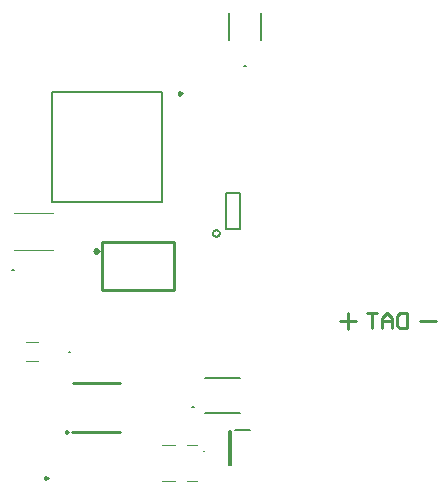
<source format=gbo>
G04*
G04 #@! TF.GenerationSoftware,Altium Limited,Altium Designer,20.0.13 (296)*
G04*
G04 Layer_Color=32896*
%FSLAX25Y25*%
%MOIN*%
G70*
G01*
G75*
%ADD48C,0.01000*%
%ADD94C,0.00500*%
%ADD95C,0.00787*%
%ADD96C,0.00394*%
%ADD153C,0.00984*%
D48*
X544052Y431761D02*
X543403Y432136D01*
Y431387D01*
X544052Y431761D01*
X554207Y492063D02*
X553500Y492770D01*
X552793Y492063D01*
X553500Y491356D01*
X554207Y492063D01*
X545564Y448224D02*
X561312D01*
X545500Y431824D02*
X561248D01*
X555500Y479063D02*
X579500D01*
Y495063D01*
X555500D02*
X579500D01*
X555500Y479063D02*
Y495063D01*
X666665Y468883D02*
X661334D01*
X640165D02*
X634834D01*
X637499Y471549D02*
Y466217D01*
X657165Y471383D02*
Y466384D01*
X654666D01*
X653833Y467217D01*
Y470550D01*
X654666Y471383D01*
X657165D01*
X652167Y466384D02*
Y469717D01*
X650501Y471383D01*
X648835Y469717D01*
Y466384D01*
Y468883D01*
X652167D01*
X647168Y471383D02*
X643836D01*
X645502D01*
Y466384D01*
D94*
X594669Y498020D02*
X594225Y498943D01*
X593225Y499171D01*
X592424Y498532D01*
Y497507D01*
X593225Y496868D01*
X594225Y497096D01*
X594669Y498020D01*
X596638Y499594D02*
X601362D01*
X596638D02*
Y511406D01*
X601362D01*
Y499594D02*
Y511406D01*
X597685Y562354D02*
Y571646D01*
X608315Y562354D02*
Y571646D01*
X589595Y449905D02*
X601405D01*
X589595Y438095D02*
X601405D01*
D95*
X526094Y485882D02*
X525307D01*
X526094D01*
X603394Y553811D02*
X602606D01*
X603394D01*
X586071Y440260D02*
X585284D01*
X586071D01*
X544205Y458500D02*
X544598D01*
X544205D01*
X544598D01*
X599673Y432406D02*
X604595D01*
X598295Y420752D02*
Y432248D01*
X597705Y420752D02*
X598295D01*
X597705D02*
Y432248D01*
X598295D01*
X575216Y508646D02*
Y545260D01*
X538602Y508646D02*
X575216D01*
X538602D02*
Y545260D01*
X575216D01*
D96*
X589490Y425336D02*
X589093Y425435D01*
X589490Y425336D01*
X575315Y427406D02*
X579646D01*
X583583D02*
X586929D01*
X583583Y415594D02*
X587126D01*
X575315D02*
X579646D01*
X526004Y504714D02*
X538996D01*
X525972Y492319D02*
X538965D01*
X530031Y455350D02*
X533968D01*
X530031D02*
X533968D01*
X530031Y461650D02*
X533968D01*
X530031D02*
X533968D01*
D153*
X537209Y416504D02*
X536471Y416930D01*
Y416078D01*
X537209Y416504D01*
X581910Y544669D02*
X581171Y545095D01*
Y544243D01*
X581910Y544669D01*
M02*

</source>
